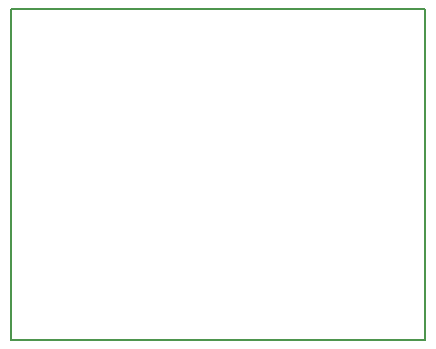
<source format=gbr>
G04 #@! TF.GenerationSoftware,KiCad,Pcbnew,(5.0.0)*
G04 #@! TF.CreationDate,2018-08-07T11:47:38-05:00*
G04 #@! TF.ProjectId,volvo240pcb,766F6C766F3234307063622E6B696361,rev?*
G04 #@! TF.SameCoordinates,Original*
G04 #@! TF.FileFunction,Profile,NP*
%FSLAX46Y46*%
G04 Gerber Fmt 4.6, Leading zero omitted, Abs format (unit mm)*
G04 Created by KiCad (PCBNEW (5.0.0)) date 08/07/18 11:47:38*
%MOMM*%
%LPD*%
G01*
G04 APERTURE LIST*
%ADD10C,0.150000*%
G04 APERTURE END LIST*
D10*
X120000000Y-92000000D02*
X85000000Y-92000000D01*
X120000000Y-64000000D02*
X120000000Y-92000000D01*
X85000000Y-64000000D02*
X120000000Y-64000000D01*
X85000000Y-92000000D02*
X85000000Y-64000000D01*
M02*

</source>
